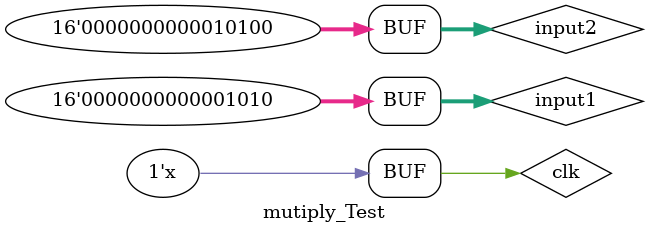
<source format=v>
`timescale 1ns / 1ps

module mutiply_Test();

reg [15:0] input1 = 10;
reg [15:0] input2 = 20;
reg clk = 0;

wire [15:0] output1;

 Multiply_wrapper mul
   (.A_0(input1),
    .B_0(input2),
    .CLK_0(clk),
    .P_0(output1));

always begin
    #10 clk <= ~clk;
end

endmodule

</source>
